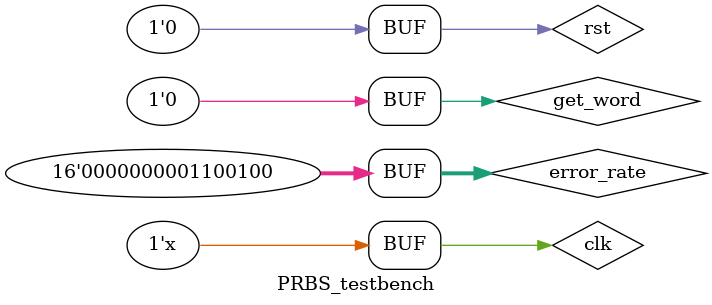
<source format=sv>

/******************************************************************************

 BRBS_testbench.sv module

*******************************************************************************

 created on:    11/02/2025
 created by:    J.Faller
 last edit on:  1/14/2026
 last edit by:  J.Faller

*******************************************************************************
Bit error rate measurement FPGA
Generator and Receiver testbench

 This module is a testbench for PRBS_Generator.sv and PRBS_Receiver.sv
******************************************************************************/
 
`timescale 1ns / 1ps

module PRBS_testbench;
//*******************************************************************
// Define Variables
//*******************************************************************

    logic               clk             ;   
    logic               rst             ;
    logic    [15:0]     error_rate      ;
    logic               get_word        ;
    logic               bitstream       ;
    logic               send_data       ;
    logic   [31:0]      error_bits_out  ;
    logic   [31:0]      total_bits_out  ;
    logic   [6:0]       wordtest        ;
    logic   [15:0]      countertest     ;
    logic               bitin           ;
    logic               bitout          ;
    logic   [15:0]      measured_error_rate;
// define clk frequency
    parameter       clk_period = 10; // 100 MHz

//*******************************************************************
//  instantiate generator and receiver
//*******************************************************************

    PRBS_Generator    PRBS_Generator_0    
    (
    .clk            (clk            ),
    .rst            (rst            ),          // input pin
    .error_rate     (error_rate     ),          // 16 bits
    .bitout         (bitstream      )           // output pin
    );
    
    PRBS_Receiver     PRBS_Receiver_0     
    (   
    .clk            (clk            ),          //100 Mhz
    .rst            (rst            ),          // input pin
    .bit_in         (bitstream      ),          // input pin
    .get_word       (get_word       ),          // input pin
    .error_bits_out (error_bits_out ),          // output pin
    .total_bits_out (total_bits_out ),          // output pin
    .send_data      (send_data      ),           // output pin
    .wordtest       (wordtest       ),
    .countertest    (countertest    ),
    .bitin          (bitin          ),
    .bitout         (bitout         ) 
    ); 

//********************************************************************
// Implement clk
//********************************************************************

    initial clk = 0;
    always #(clk_period / 2) clk = ~clk;
 
//********************************************************************
// Begin test sequence
//********************************************************************  
    
    initial 
    begin
    // reset at start
        rst         =  1'b1;
        #50;

    // release reset
        rst         =  1'b0;
        #50;

    // set error rate and get word to start measuring ber
        error_rate  =  16'd100;
        get_word    =  1'b1;
        #50;
        get_word    =  1'b0;

    // let test run
        #10000000;
    end
    
endmodule

</source>
